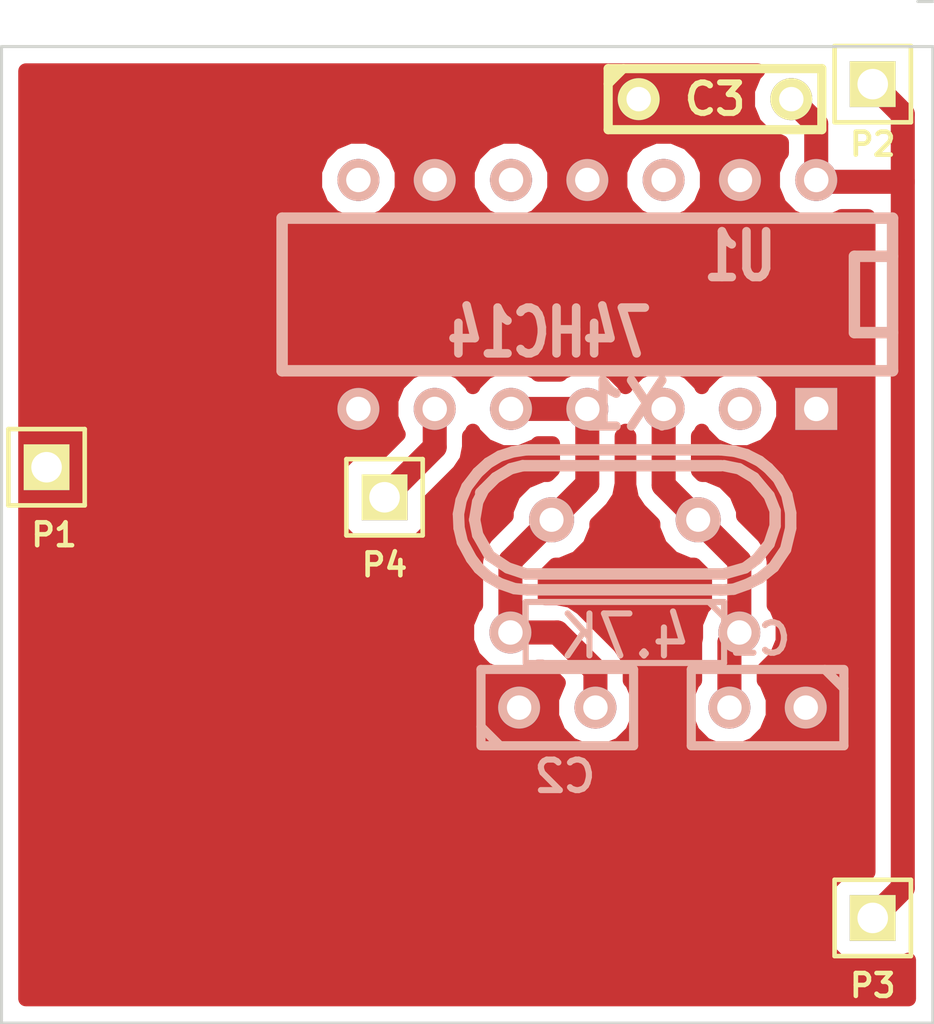
<source format=kicad_pcb>
(kicad_pcb (version 3) (host pcbnew "(2013-dec-23)-stable")

  (general
    (links 19)
    (no_connects 0)
    (area 116.6338 32.949999 149.8662 67.050001)
    (thickness 1.6)
    (drawings 5)
    (tracks 56)
    (zones 0)
    (modules 10)
    (nets 6)
  )

  (page User 210.007 148.488)
  (layers
    (15 F.Cu signal)
    (0 B.Cu signal)
    (16 B.Adhes user)
    (17 F.Adhes user)
    (18 B.Paste user)
    (19 F.Paste user)
    (20 B.SilkS user)
    (21 F.SilkS user)
    (22 B.Mask user)
    (23 F.Mask user)
    (24 Dwgs.User user)
    (25 Cmts.User user)
    (26 Eco1.User user)
    (27 Eco2.User user)
    (28 Edge.Cuts user)
  )

  (setup
    (last_trace_width 0.5)
    (user_trace_width 0.5)
    (user_trace_width 0.6)
    (user_trace_width 0.8)
    (user_trace_width 1)
    (user_trace_width 1.5)
    (user_trace_width 2)
    (trace_clearance 0.25)
    (zone_clearance 0.508)
    (zone_45_only no)
    (trace_min 0.254)
    (segment_width 0.2)
    (edge_width 0.1)
    (via_size 1)
    (via_drill 0.635)
    (via_min_size 1)
    (via_min_drill 0.5)
    (user_via 1 0.5)
    (user_via 1 0.6)
    (user_via 1 0.8)
    (uvia_size 0.508)
    (uvia_drill 0.127)
    (uvias_allowed no)
    (uvia_min_size 0.508)
    (uvia_min_drill 0.127)
    (pcb_text_width 0.3)
    (pcb_text_size 1.5 1.5)
    (mod_edge_width 0.15)
    (mod_text_size 1 1)
    (mod_text_width 0.15)
    (pad_size 1.524 1.524)
    (pad_drill 1.016)
    (pad_to_mask_clearance 0)
    (aux_axis_origin 0 0)
    (visible_elements 7FFFFFFF)
    (pcbplotparams
      (layerselection 32768)
      (usegerberextensions false)
      (excludeedgelayer false)
      (linewidth 0.150000)
      (plotframeref false)
      (viasonmask false)
      (mode 1)
      (useauxorigin false)
      (hpglpennumber 1)
      (hpglpenspeed 20)
      (hpglpendiameter 15)
      (hpglpenoverlay 2)
      (psnegative false)
      (psa4output false)
      (plotreference true)
      (plotvalue true)
      (plotothertext true)
      (plotinvisibletext false)
      (padsonsilk false)
      (subtractmaskfromsilk false)
      (outputformat 2)
      (mirror false)
      (drillshape 1)
      (scaleselection 1)
      (outputdirectory /tmp/))
  )

  (net 0 "")
  (net 1 /CLK)
  (net 2 GND)
  (net 3 N-000001)
  (net 4 N-000008)
  (net 5 VCC)

  (net_class Default "This is the default net class."
    (clearance 0.25)
    (trace_width 0.5)
    (via_dia 1)
    (via_drill 0.635)
    (uvia_dia 0.508)
    (uvia_drill 0.127)
    (add_net "")
    (add_net /CLK)
    (add_net GND)
    (add_net N-000001)
    (add_net N-000008)
    (add_net VCC)
  )

  (module R3 (layer B.Cu) (tedit 53222306) (tstamp 53221E05)
    (at 138.75 54 180)
    (descr "Resitance 3 pas")
    (tags R)
    (path /532173C4)
    (autoplace_cost180 10)
    (fp_text reference R1 (at 0 -2 180) (layer B.SilkS) hide
      (effects (font (size 1.397 1.27) (thickness 0.2032)) (justify mirror))
    )
    (fp_text value 4.7K (at 0 -0.127 180) (layer B.SilkS)
      (effects (font (size 1.397 1.27) (thickness 0.2032)) (justify mirror))
    )
    (fp_line (start -3.81 0) (end -3.302 0) (layer B.SilkS) (width 0.2032))
    (fp_line (start 3.81 0) (end 3.302 0) (layer B.SilkS) (width 0.2032))
    (fp_line (start 3.302 0) (end 3.302 1.016) (layer B.SilkS) (width 0.2032))
    (fp_line (start 3.302 1.016) (end -3.302 1.016) (layer B.SilkS) (width 0.2032))
    (fp_line (start -3.302 1.016) (end -3.302 -1.016) (layer B.SilkS) (width 0.2032))
    (fp_line (start -3.302 -1.016) (end 3.302 -1.016) (layer B.SilkS) (width 0.2032))
    (fp_line (start 3.302 -1.016) (end 3.302 0) (layer B.SilkS) (width 0.2032))
    (fp_line (start -3.302 0.508) (end -2.794 1.016) (layer B.SilkS) (width 0.2032))
    (pad 1 thru_hole circle (at -3.81 0 180) (size 1.397 1.397) (drill 0.8128)
      (layers *.Cu *.Mask B.SilkS)
      (net 4 N-000008)
    )
    (pad 2 thru_hole circle (at 3.81 0 180) (size 1.397 1.397) (drill 0.8128)
      (layers *.Cu *.Mask B.SilkS)
      (net 3 N-000001)
    )
    (model discret/resistor.wrl
      (at (xyz 0 0 0))
      (scale (xyz 0.3 0.3 0.3))
      (rotate (xyz 0 0 0))
    )
  )

  (module PIN_ARRAY_1 (layer F.Cu) (tedit 53221F18) (tstamp 53221E0E)
    (at 119.5 48.5)
    (descr "1 pin")
    (tags "CONN DEV")
    (path /53217453)
    (fp_text reference P1 (at 0.25 2.25) (layer F.SilkS)
      (effects (font (size 0.762 0.762) (thickness 0.1524)))
    )
    (fp_text value CONN_1 (at 0 -1.905) (layer F.SilkS) hide
      (effects (font (size 0.762 0.762) (thickness 0.1524)))
    )
    (fp_line (start 1.27 1.27) (end -1.27 1.27) (layer F.SilkS) (width 0.1524))
    (fp_line (start -1.27 -1.27) (end 1.27 -1.27) (layer F.SilkS) (width 0.1524))
    (fp_line (start -1.27 1.27) (end -1.27 -1.27) (layer F.SilkS) (width 0.1524))
    (fp_line (start 1.27 -1.27) (end 1.27 1.27) (layer F.SilkS) (width 0.1524))
    (pad 1 thru_hole rect (at 0 0) (size 1.524 1.524) (drill 1.016)
      (layers *.Cu *.Mask F.SilkS)
      (net 2 GND)
    )
    (model pin_array\pin_1.wrl
      (at (xyz 0 0 0))
      (scale (xyz 1 1 1))
      (rotate (xyz 0 0 0))
    )
  )

  (module PIN_ARRAY_1 (layer F.Cu) (tedit 53221F1C) (tstamp 53221E17)
    (at 147 35.75)
    (descr "1 pin")
    (tags "CONN DEV")
    (path /53217460)
    (fp_text reference P2 (at 0 2) (layer F.SilkS)
      (effects (font (size 0.762 0.762) (thickness 0.1524)))
    )
    (fp_text value CONN_1 (at 0 -1.905) (layer F.SilkS) hide
      (effects (font (size 0.762 0.762) (thickness 0.1524)))
    )
    (fp_line (start 1.27 1.27) (end -1.27 1.27) (layer F.SilkS) (width 0.1524))
    (fp_line (start -1.27 -1.27) (end 1.27 -1.27) (layer F.SilkS) (width 0.1524))
    (fp_line (start -1.27 1.27) (end -1.27 -1.27) (layer F.SilkS) (width 0.1524))
    (fp_line (start 1.27 -1.27) (end 1.27 1.27) (layer F.SilkS) (width 0.1524))
    (pad 1 thru_hole rect (at 0 0) (size 1.524 1.524) (drill 1.016)
      (layers *.Cu *.Mask F.SilkS)
      (net 5 VCC)
    )
    (model pin_array\pin_1.wrl
      (at (xyz 0 0 0))
      (scale (xyz 1 1 1))
      (rotate (xyz 0 0 0))
    )
  )

  (module PIN_ARRAY_1 (layer F.Cu) (tedit 53221F61) (tstamp 53221E29)
    (at 147 63.5)
    (descr "1 pin")
    (tags "CONN DEV")
    (path /53221BE9)
    (fp_text reference P3 (at 0 2.25) (layer F.SilkS)
      (effects (font (size 0.762 0.762) (thickness 0.1524)))
    )
    (fp_text value CONN_1 (at 0 -1.905) (layer F.SilkS) hide
      (effects (font (size 0.762 0.762) (thickness 0.1524)))
    )
    (fp_line (start 1.27 1.27) (end -1.27 1.27) (layer F.SilkS) (width 0.1524))
    (fp_line (start -1.27 -1.27) (end 1.27 -1.27) (layer F.SilkS) (width 0.1524))
    (fp_line (start -1.27 1.27) (end -1.27 -1.27) (layer F.SilkS) (width 0.1524))
    (fp_line (start 1.27 -1.27) (end 1.27 1.27) (layer F.SilkS) (width 0.1524))
    (pad 1 thru_hole rect (at 0 0) (size 1.524 1.524) (drill 1.016)
      (layers *.Cu *.Mask F.SilkS)
      (net 5 VCC)
    )
    (model pin_array\pin_1.wrl
      (at (xyz 0 0 0))
      (scale (xyz 1 1 1))
      (rotate (xyz 0 0 0))
    )
  )

  (module PIN_ARRAY_1 (layer F.Cu) (tedit 53221F88) (tstamp 53221E32)
    (at 130.75 49.5)
    (descr "1 pin")
    (tags "CONN DEV")
    (path /53217466)
    (fp_text reference P4 (at 0 2.25) (layer F.SilkS)
      (effects (font (size 0.762 0.762) (thickness 0.1524)))
    )
    (fp_text value CONN_1 (at 0 -1.905) (layer F.SilkS) hide
      (effects (font (size 0.762 0.762) (thickness 0.1524)))
    )
    (fp_line (start 1.27 1.27) (end -1.27 1.27) (layer F.SilkS) (width 0.1524))
    (fp_line (start -1.27 -1.27) (end 1.27 -1.27) (layer F.SilkS) (width 0.1524))
    (fp_line (start -1.27 1.27) (end -1.27 -1.27) (layer F.SilkS) (width 0.1524))
    (fp_line (start 1.27 -1.27) (end 1.27 1.27) (layer F.SilkS) (width 0.1524))
    (pad 1 thru_hole rect (at 0 0) (size 1.524 1.524) (drill 1.016)
      (layers *.Cu *.Mask F.SilkS)
      (net 1 /CLK)
    )
    (model pin_array\pin_1.wrl
      (at (xyz 0 0 0))
      (scale (xyz 1 1 1))
      (rotate (xyz 0 0 0))
    )
  )

  (module C1 (layer B.Cu) (tedit 3F92C496) (tstamp 53221E98)
    (at 136.5 56.5)
    (descr "Condensateur e = 1 pas")
    (tags C)
    (path /532173E4)
    (fp_text reference C2 (at 0.254 2.286) (layer B.SilkS)
      (effects (font (size 1.016 1.016) (thickness 0.2032)) (justify mirror))
    )
    (fp_text value C (at 0 2.286) (layer B.SilkS) hide
      (effects (font (size 1.016 1.016) (thickness 0.2032)) (justify mirror))
    )
    (fp_line (start -2.4892 1.27) (end 2.54 1.27) (layer B.SilkS) (width 0.3048))
    (fp_line (start 2.54 1.27) (end 2.54 -1.27) (layer B.SilkS) (width 0.3048))
    (fp_line (start 2.54 -1.27) (end -2.54 -1.27) (layer B.SilkS) (width 0.3048))
    (fp_line (start -2.54 -1.27) (end -2.54 1.27) (layer B.SilkS) (width 0.3048))
    (fp_line (start -2.54 0.635) (end -1.905 1.27) (layer B.SilkS) (width 0.3048))
    (pad 1 thru_hole circle (at -1.27 0) (size 1.397 1.397) (drill 0.8128)
      (layers *.Cu *.Mask B.SilkS)
      (net 2 GND)
    )
    (pad 2 thru_hole circle (at 1.27 0) (size 1.397 1.397) (drill 0.8128)
      (layers *.Cu *.Mask B.SilkS)
      (net 3 N-000001)
    )
    (model discret/capa_1_pas.wrl
      (at (xyz 0 0 0))
      (scale (xyz 1 1 1))
      (rotate (xyz 0 0 0))
    )
  )

  (module C1 (layer B.Cu) (tedit 3F92C496) (tstamp 53221EA3)
    (at 143.5 56.5 180)
    (descr "Condensateur e = 1 pas")
    (tags C)
    (path /532173F1)
    (fp_text reference C1 (at 0.254 2.286 180) (layer B.SilkS)
      (effects (font (size 1.016 1.016) (thickness 0.2032)) (justify mirror))
    )
    (fp_text value C (at 0 2.286 180) (layer B.SilkS) hide
      (effects (font (size 1.016 1.016) (thickness 0.2032)) (justify mirror))
    )
    (fp_line (start -2.4892 1.27) (end 2.54 1.27) (layer B.SilkS) (width 0.3048))
    (fp_line (start 2.54 1.27) (end 2.54 -1.27) (layer B.SilkS) (width 0.3048))
    (fp_line (start 2.54 -1.27) (end -2.54 -1.27) (layer B.SilkS) (width 0.3048))
    (fp_line (start -2.54 -1.27) (end -2.54 1.27) (layer B.SilkS) (width 0.3048))
    (fp_line (start -2.54 0.635) (end -1.905 1.27) (layer B.SilkS) (width 0.3048))
    (pad 1 thru_hole circle (at -1.27 0 180) (size 1.397 1.397) (drill 0.8128)
      (layers *.Cu *.Mask B.SilkS)
      (net 2 GND)
    )
    (pad 2 thru_hole circle (at 1.27 0 180) (size 1.397 1.397) (drill 0.8128)
      (layers *.Cu *.Mask B.SilkS)
      (net 4 N-000008)
    )
    (model discret/capa_1_pas.wrl
      (at (xyz 0 0 0))
      (scale (xyz 1 1 1))
      (rotate (xyz 0 0 0))
    )
  )

  (module Crystal_HC49-U_Vertical_RevA_09Aug2010 (layer B.Cu) (tedit 4C6023AD) (tstamp 5322230D)
    (at 138.75 50.25 180)
    (descr "Crystal, Quarz, HC49/U, vertical, stehend,")
    (tags "Crystal, Quarz, HC49/U, vertical, stehend,")
    (path /532174B3)
    (fp_text reference X1 (at 0 3.81 180) (layer B.SilkS)
      (effects (font (size 1.524 1.524) (thickness 0.3048)) (justify mirror))
    )
    (fp_text value CRYSTAL (at 0 -3.81 180) (layer B.SilkS) hide
      (effects (font (size 1.524 1.524) (thickness 0.3048)) (justify mirror))
    )
    (fp_line (start 4.699 1.00076) (end 4.89966 0.59944) (layer B.SilkS) (width 0.381))
    (fp_line (start 4.89966 0.59944) (end 5.00126 0) (layer B.SilkS) (width 0.381))
    (fp_line (start 5.00126 0) (end 4.89966 -0.50038) (layer B.SilkS) (width 0.381))
    (fp_line (start 4.89966 -0.50038) (end 4.50088 -1.19888) (layer B.SilkS) (width 0.381))
    (fp_line (start 4.50088 -1.19888) (end 3.8989 -1.6002) (layer B.SilkS) (width 0.381))
    (fp_line (start 3.8989 -1.6002) (end 3.29946 -1.80086) (layer B.SilkS) (width 0.381))
    (fp_line (start 3.29946 -1.80086) (end -3.29946 -1.80086) (layer B.SilkS) (width 0.381))
    (fp_line (start -3.29946 -1.80086) (end -4.0005 -1.6002) (layer B.SilkS) (width 0.381))
    (fp_line (start -4.0005 -1.6002) (end -4.39928 -1.30048) (layer B.SilkS) (width 0.381))
    (fp_line (start -4.39928 -1.30048) (end -4.8006 -0.8001) (layer B.SilkS) (width 0.381))
    (fp_line (start -4.8006 -0.8001) (end -5.00126 -0.20066) (layer B.SilkS) (width 0.381))
    (fp_line (start -5.00126 -0.20066) (end -5.00126 0.29972) (layer B.SilkS) (width 0.381))
    (fp_line (start -5.00126 0.29972) (end -4.8006 0.8001) (layer B.SilkS) (width 0.381))
    (fp_line (start -4.8006 0.8001) (end -4.30022 1.39954) (layer B.SilkS) (width 0.381))
    (fp_line (start -4.30022 1.39954) (end -3.79984 1.69926) (layer B.SilkS) (width 0.381))
    (fp_line (start -3.79984 1.69926) (end -3.29946 1.80086) (layer B.SilkS) (width 0.381))
    (fp_line (start -3.2004 1.80086) (end 3.40106 1.80086) (layer B.SilkS) (width 0.381))
    (fp_line (start 3.40106 1.80086) (end 3.79984 1.69926) (layer B.SilkS) (width 0.381))
    (fp_line (start 3.79984 1.69926) (end 4.30022 1.39954) (layer B.SilkS) (width 0.381))
    (fp_line (start 4.30022 1.39954) (end 4.8006 0.89916) (layer B.SilkS) (width 0.381))
    (fp_line (start -3.19024 2.32918) (end -3.64998 2.28092) (layer B.SilkS) (width 0.381))
    (fp_line (start -3.64998 2.28092) (end -4.04876 2.16916) (layer B.SilkS) (width 0.381))
    (fp_line (start -4.04876 2.16916) (end -4.48056 1.95072) (layer B.SilkS) (width 0.381))
    (fp_line (start -4.48056 1.95072) (end -4.77012 1.71958) (layer B.SilkS) (width 0.381))
    (fp_line (start -4.77012 1.71958) (end -5.10032 1.36906) (layer B.SilkS) (width 0.381))
    (fp_line (start -5.10032 1.36906) (end -5.38988 0.83058) (layer B.SilkS) (width 0.381))
    (fp_line (start -5.38988 0.83058) (end -5.51942 0.23114) (layer B.SilkS) (width 0.381))
    (fp_line (start -5.51942 0.23114) (end -5.51942 -0.2794) (layer B.SilkS) (width 0.381))
    (fp_line (start -5.51942 -0.2794) (end -5.34924 -0.98044) (layer B.SilkS) (width 0.381))
    (fp_line (start -5.34924 -0.98044) (end -4.95046 -1.56972) (layer B.SilkS) (width 0.381))
    (fp_line (start -4.95046 -1.56972) (end -4.49072 -1.94056) (layer B.SilkS) (width 0.381))
    (fp_line (start -4.49072 -1.94056) (end -4.06908 -2.14884) (layer B.SilkS) (width 0.381))
    (fp_line (start -4.06908 -2.14884) (end -3.6195 -2.30886) (layer B.SilkS) (width 0.381))
    (fp_line (start -3.6195 -2.30886) (end -3.18008 -2.33934) (layer B.SilkS) (width 0.381))
    (fp_line (start 4.16052 -2.1209) (end 4.53898 -1.89992) (layer B.SilkS) (width 0.381))
    (fp_line (start 4.53898 -1.89992) (end 4.85902 -1.62052) (layer B.SilkS) (width 0.381))
    (fp_line (start 4.85902 -1.62052) (end 5.11048 -1.29032) (layer B.SilkS) (width 0.381))
    (fp_line (start 5.11048 -1.29032) (end 5.4102 -0.73914) (layer B.SilkS) (width 0.381))
    (fp_line (start 5.4102 -0.73914) (end 5.51942 -0.26924) (layer B.SilkS) (width 0.381))
    (fp_line (start 5.51942 -0.26924) (end 5.53974 0.1905) (layer B.SilkS) (width 0.381))
    (fp_line (start 5.53974 0.1905) (end 5.45084 0.65024) (layer B.SilkS) (width 0.381))
    (fp_line (start 5.45084 0.65024) (end 5.26034 1.09982) (layer B.SilkS) (width 0.381))
    (fp_line (start 5.26034 1.09982) (end 4.89966 1.56972) (layer B.SilkS) (width 0.381))
    (fp_line (start 4.89966 1.56972) (end 4.54914 1.88976) (layer B.SilkS) (width 0.381))
    (fp_line (start 4.54914 1.88976) (end 4.16052 2.1209) (layer B.SilkS) (width 0.381))
    (fp_line (start 4.16052 2.1209) (end 3.73126 2.2606) (layer B.SilkS) (width 0.381))
    (fp_line (start 3.73126 2.2606) (end 3.2893 2.32918) (layer B.SilkS) (width 0.381))
    (fp_line (start -3.2004 -2.32918) (end 3.2512 -2.32918) (layer B.SilkS) (width 0.381))
    (fp_line (start 3.2512 -2.32918) (end 3.6703 -2.29108) (layer B.SilkS) (width 0.381))
    (fp_line (start 3.6703 -2.29108) (end 4.16052 -2.1209) (layer B.SilkS) (width 0.381))
    (fp_line (start -3.2004 2.32918) (end 3.2512 2.32918) (layer B.SilkS) (width 0.381))
    (pad 1 thru_hole circle (at -2.44094 0 180) (size 1.50114 1.50114) (drill 0.8001)
      (layers *.Cu *.Mask B.SilkS)
      (net 4 N-000008)
    )
    (pad 2 thru_hole circle (at 2.44094 0 180) (size 1.50114 1.50114) (drill 0.8001)
      (layers *.Cu *.Mask B.SilkS)
      (net 3 N-000001)
    )
  )

  (module DIP-14__300 (layer B.Cu) (tedit 200000) (tstamp 53225F1C)
    (at 137.5 42.75 180)
    (descr "14 pins DIL package, round pads")
    (tags DIL)
    (path /532172E9)
    (fp_text reference U1 (at -5.08 1.27 180) (layer B.SilkS)
      (effects (font (size 1.524 1.143) (thickness 0.3048)) (justify mirror))
    )
    (fp_text value 74HC14 (at 1.27 -1.27 180) (layer B.SilkS)
      (effects (font (size 1.524 1.143) (thickness 0.3048)) (justify mirror))
    )
    (fp_line (start -10.16 2.54) (end 10.16 2.54) (layer B.SilkS) (width 0.381))
    (fp_line (start 10.16 -2.54) (end -10.16 -2.54) (layer B.SilkS) (width 0.381))
    (fp_line (start -10.16 -2.54) (end -10.16 2.54) (layer B.SilkS) (width 0.381))
    (fp_line (start -10.16 1.27) (end -8.89 1.27) (layer B.SilkS) (width 0.381))
    (fp_line (start -8.89 1.27) (end -8.89 -1.27) (layer B.SilkS) (width 0.381))
    (fp_line (start -8.89 -1.27) (end -10.16 -1.27) (layer B.SilkS) (width 0.381))
    (fp_line (start 10.16 2.54) (end 10.16 -2.54) (layer B.SilkS) (width 0.381))
    (pad 1 thru_hole rect (at -7.62 -3.81 180) (size 1.397 1.397) (drill 0.8128)
      (layers *.Cu *.Mask B.SilkS)
      (net 2 GND)
    )
    (pad 2 thru_hole circle (at -5.08 -3.81 180) (size 1.397 1.397) (drill 0.8128)
      (layers *.Cu *.Mask B.SilkS)
    )
    (pad 3 thru_hole circle (at -2.54 -3.81 180) (size 1.397 1.397) (drill 0.8128)
      (layers *.Cu *.Mask B.SilkS)
      (net 4 N-000008)
    )
    (pad 4 thru_hole circle (at 0 -3.81 180) (size 1.397 1.397) (drill 0.8128)
      (layers *.Cu *.Mask B.SilkS)
      (net 3 N-000001)
    )
    (pad 5 thru_hole circle (at 2.54 -3.81 180) (size 1.397 1.397) (drill 0.8128)
      (layers *.Cu *.Mask B.SilkS)
      (net 3 N-000001)
    )
    (pad 6 thru_hole circle (at 5.08 -3.81 180) (size 1.397 1.397) (drill 0.8128)
      (layers *.Cu *.Mask B.SilkS)
      (net 1 /CLK)
    )
    (pad 7 thru_hole circle (at 7.62 -3.81 180) (size 1.397 1.397) (drill 0.8128)
      (layers *.Cu *.Mask B.SilkS)
      (net 2 GND)
    )
    (pad 8 thru_hole circle (at 7.62 3.81 180) (size 1.397 1.397) (drill 0.8128)
      (layers *.Cu *.Mask B.SilkS)
    )
    (pad 9 thru_hole circle (at 5.08 3.81 180) (size 1.397 1.397) (drill 0.8128)
      (layers *.Cu *.Mask B.SilkS)
      (net 2 GND)
    )
    (pad 10 thru_hole circle (at 2.54 3.81 180) (size 1.397 1.397) (drill 0.8128)
      (layers *.Cu *.Mask B.SilkS)
    )
    (pad 11 thru_hole circle (at 0 3.81 180) (size 1.397 1.397) (drill 0.8128)
      (layers *.Cu *.Mask B.SilkS)
      (net 2 GND)
    )
    (pad 12 thru_hole circle (at -2.54 3.81 180) (size 1.397 1.397) (drill 0.8128)
      (layers *.Cu *.Mask B.SilkS)
    )
    (pad 13 thru_hole circle (at -5.08 3.81 180) (size 1.397 1.397) (drill 0.8128)
      (layers *.Cu *.Mask B.SilkS)
      (net 2 GND)
    )
    (pad 14 thru_hole circle (at -7.62 3.81 180) (size 1.397 1.397) (drill 0.8128)
      (layers *.Cu *.Mask B.SilkS)
      (net 5 VCC)
    )
    (model dil/dil_14.wrl
      (at (xyz 0 0 0))
      (scale (xyz 1 1 1))
      (rotate (xyz 0 0 0))
    )
  )

  (module C2 (layer F.Cu) (tedit 200000) (tstamp 53230A0D)
    (at 141.75 36.25)
    (descr "Condensateur = 2 pas")
    (tags C)
    (path /53230A66)
    (fp_text reference C3 (at 0 0) (layer F.SilkS)
      (effects (font (size 1.016 1.016) (thickness 0.2032)))
    )
    (fp_text value 100n (at 0 0) (layer F.SilkS) hide
      (effects (font (size 1.016 1.016) (thickness 0.2032)))
    )
    (fp_line (start -3.556 -1.016) (end 3.556 -1.016) (layer F.SilkS) (width 0.3048))
    (fp_line (start 3.556 -1.016) (end 3.556 1.016) (layer F.SilkS) (width 0.3048))
    (fp_line (start 3.556 1.016) (end -3.556 1.016) (layer F.SilkS) (width 0.3048))
    (fp_line (start -3.556 1.016) (end -3.556 -1.016) (layer F.SilkS) (width 0.3048))
    (fp_line (start -3.556 -0.508) (end -3.048 -1.016) (layer F.SilkS) (width 0.3048))
    (pad 1 thru_hole circle (at -2.54 0) (size 1.397 1.397) (drill 0.8128)
      (layers *.Cu *.Mask F.SilkS)
      (net 2 GND)
    )
    (pad 2 thru_hole circle (at 2.54 0) (size 1.397 1.397) (drill 0.8128)
      (layers *.Cu *.Mask F.SilkS)
      (net 5 VCC)
    )
    (model discret/capa_2pas_5x5mm.wrl
      (at (xyz 0 0 0))
      (scale (xyz 1 1 1))
      (rotate (xyz 0 0 0))
    )
  )

  (gr_line (start 149 33) (end 148.5 33) (angle 90) (layer Edge.Cuts) (width 0.1))
  (gr_line (start 149 67) (end 149 34.5) (angle 90) (layer Edge.Cuts) (width 0.1))
  (gr_line (start 118 67) (end 149 67) (angle 90) (layer Edge.Cuts) (width 0.1))
  (gr_line (start 118 34.5) (end 118 67) (angle 90) (layer Edge.Cuts) (width 0.1))
  (gr_line (start 149 34.5) (end 118 34.5) (angle 90) (layer Edge.Cuts) (width 0.1))

  (segment (start 132.42 46.56) (end 132.42 47.83) (width 0.8) (layer F.Cu) (net 1))
  (segment (start 132.42 47.83) (end 130.75 49.5) (width 0.8) (layer F.Cu) (net 1) (tstamp 53224906))
  (segment (start 139.21 36.25) (end 138.5 36.25) (width 0.8) (layer F.Cu) (net 2))
  (segment (start 137.5 37.25) (end 137.5 38.94) (width 0.8) (layer F.Cu) (net 2) (tstamp 53230A4B))
  (segment (start 138.5 36.25) (end 137.5 37.25) (width 0.8) (layer F.Cu) (net 2) (tstamp 53230A47))
  (segment (start 132.42 42) (end 132.42 42.08) (width 0.8) (layer F.Cu) (net 2))
  (segment (start 132.42 42.08) (end 129.88 44.62) (width 0.8) (layer F.Cu) (net 2) (tstamp 53224900))
  (segment (start 129.88 44.62) (end 129.88 46.56) (width 0.8) (layer F.Cu) (net 2) (tstamp 53224901))
  (segment (start 137.5 38.94) (end 137.5 41.75) (width 0.8) (layer F.Cu) (net 2))
  (segment (start 132.42 38.94) (end 132.42 42) (width 0.8) (layer F.Cu) (net 2))
  (segment (start 132.75 41.75) (end 137.5 41.75) (width 0.8) (layer F.Cu) (net 2) (tstamp 532248F3))
  (segment (start 137.5 41.75) (end 143.75 41.75) (width 0.8) (layer F.Cu) (net 2) (tstamp 532248FC))
  (segment (start 132.42 42.08) (end 132.75 41.75) (width 0.8) (layer F.Cu) (net 2) (tstamp 532248F0))
  (segment (start 129.88 46.56) (end 127.94 46.56) (width 0.8) (layer F.Cu) (net 2))
  (segment (start 127.94 46.56) (end 126 48.5) (width 0.8) (layer F.Cu) (net 2) (tstamp 532248E9))
  (segment (start 135.23 56.5) (end 134.25 56.5) (width 0.8) (layer F.Cu) (net 2))
  (segment (start 126.5 48.5) (end 126 48.5) (width 0.8) (layer F.Cu) (net 2) (tstamp 532248C6))
  (segment (start 126 48.5) (end 119.5 48.5) (width 0.8) (layer F.Cu) (net 2) (tstamp 532248ED))
  (segment (start 129.75 51.75) (end 126.5 48.5) (width 0.8) (layer F.Cu) (net 2) (tstamp 532248C5))
  (segment (start 131.75 51.75) (end 129.75 51.75) (width 0.8) (layer F.Cu) (net 2) (tstamp 532248C4))
  (segment (start 132.25 52.25) (end 131.75 51.75) (width 0.8) (layer F.Cu) (net 2) (tstamp 532248C3))
  (segment (start 132.25 54.5) (end 132.25 52.25) (width 0.8) (layer F.Cu) (net 2) (tstamp 532248C2))
  (segment (start 134.25 56.5) (end 132.25 54.5) (width 0.8) (layer F.Cu) (net 2) (tstamp 532248C1))
  (segment (start 144.77 56.5) (end 144.77 58.73) (width 0.8) (layer F.Cu) (net 2))
  (segment (start 135.23 58.23) (end 135.23 56.5) (width 0.8) (layer F.Cu) (net 2) (tstamp 532248BE))
  (segment (start 136 59) (end 135.23 58.23) (width 0.8) (layer F.Cu) (net 2) (tstamp 532248BD))
  (segment (start 144.5 59) (end 136 59) (width 0.8) (layer F.Cu) (net 2) (tstamp 532248BC))
  (segment (start 144.77 58.73) (end 144.5 59) (width 0.8) (layer F.Cu) (net 2) (tstamp 532248BB))
  (segment (start 145.12 56.15) (end 144.77 56.5) (width 0.8) (layer F.Cu) (net 2) (tstamp 53224832))
  (segment (start 145.12 46.56) (end 145.12 56.15) (width 0.8) (layer F.Cu) (net 2))
  (segment (start 142.58 38.94) (end 142.58 40.58) (width 0.8) (layer F.Cu) (net 2))
  (segment (start 145.12 43.12) (end 145.12 46.56) (width 0.8) (layer F.Cu) (net 2) (tstamp 5322482E))
  (segment (start 142.58 40.58) (end 143.75 41.75) (width 0.8) (layer F.Cu) (net 2) (tstamp 53224829))
  (segment (start 143.75 41.75) (end 145.12 43.12) (width 0.8) (layer F.Cu) (net 2) (tstamp 532248F8))
  (segment (start 137.5 46.56) (end 134.96 46.56) (width 0.8) (layer F.Cu) (net 3))
  (segment (start 134.94 54) (end 136.5 54) (width 0.8) (layer F.Cu) (net 3))
  (segment (start 137.77 55.27) (end 137.77 56.5) (width 0.8) (layer F.Cu) (net 3) (tstamp 532248B8))
  (segment (start 136.5 54) (end 137.77 55.27) (width 0.8) (layer F.Cu) (net 3) (tstamp 532248B7))
  (segment (start 136.30906 50.25) (end 134.94 51.61906) (width 0.8) (layer F.Cu) (net 3))
  (segment (start 134.94 51.61906) (end 134.94 54) (width 0.8) (layer F.Cu) (net 3) (tstamp 532248B4))
  (segment (start 137.5 46.56) (end 137.5 49.05906) (width 0.8) (layer F.Cu) (net 3))
  (segment (start 137.5 49.05906) (end 136.30906 50.25) (width 0.8) (layer F.Cu) (net 3) (tstamp 532248B1))
  (segment (start 142.56 54) (end 142.23 54.33) (width 0.8) (layer F.Cu) (net 4))
  (segment (start 142.23 54.33) (end 142.23 56.5) (width 0.8) (layer F.Cu) (net 4) (tstamp 532248AE))
  (segment (start 141.19094 50.25) (end 142.56 51.61906) (width 0.8) (layer F.Cu) (net 4))
  (segment (start 142.56 51.61906) (end 142.56 54) (width 0.8) (layer F.Cu) (net 4) (tstamp 532248AB))
  (segment (start 140.04 46.56) (end 140.04 49.09906) (width 0.8) (layer F.Cu) (net 4))
  (segment (start 140.04 49.09906) (end 141.19094 50.25) (width 0.8) (layer F.Cu) (net 4) (tstamp 532248A8))
  (segment (start 144.29 36.25) (end 145.12 37.08) (width 0.8) (layer F.Cu) (net 5))
  (segment (start 145.12 37.08) (end 145.12 38.94) (width 0.8) (layer F.Cu) (net 5) (tstamp 53230A3F))
  (segment (start 145.12 38.94) (end 145.18 39) (width 0.8) (layer F.Cu) (net 5))
  (segment (start 145.18 39) (end 148 39) (width 0.8) (layer F.Cu) (net 5) (tstamp 53224821))
  (segment (start 147 35.75) (end 148 36.75) (width 0.8) (layer F.Cu) (net 5))
  (segment (start 148 62.5) (end 147 63.5) (width 0.8) (layer F.Cu) (net 5) (tstamp 5322481C))
  (segment (start 148 36.75) (end 148 39) (width 0.8) (layer F.Cu) (net 5) (tstamp 53224819))
  (segment (start 148 39) (end 148 62.5) (width 0.8) (layer F.Cu) (net 5) (tstamp 53224826))

  (zone (net 2) (net_name GND) (layer F.Cu) (tstamp 53224569) (hatch edge 0.508)
    (connect_pads yes (clearance 0.508))
    (min_thickness 0.5)
    (fill (arc_segments 16) (thermal_gap 0.508) (thermal_bridge_width 0.508))
    (polygon
      (pts
        (xy 118 34.5) (xy 149 34.5) (xy 149 67) (xy 118 67)
      )
    )
    (filled_polygon
      (pts
        (xy 148.192 66.192) (xy 144.036752 66.192) (xy 144.036752 46.271555) (xy 143.81548 45.736037) (xy 143.406118 45.32596)
        (xy 142.870987 45.103754) (xy 142.291555 45.103248) (xy 141.756037 45.32452) (xy 141.496752 45.583352) (xy 141.496752 38.651555)
        (xy 141.27548 38.116037) (xy 140.866118 37.70596) (xy 140.330987 37.483754) (xy 139.751555 37.483248) (xy 139.216037 37.70452)
        (xy 138.80596 38.113882) (xy 138.583754 38.649013) (xy 138.583248 39.228445) (xy 138.80452 39.763963) (xy 139.213882 40.17404)
        (xy 139.749013 40.396246) (xy 140.328445 40.396752) (xy 140.863963 40.17548) (xy 141.27404 39.766118) (xy 141.496246 39.230987)
        (xy 141.496752 38.651555) (xy 141.496752 45.583352) (xy 141.34596 45.733882) (xy 141.310186 45.820033) (xy 141.27548 45.736037)
        (xy 140.866118 45.32596) (xy 140.330987 45.103754) (xy 139.751555 45.103248) (xy 139.216037 45.32452) (xy 138.80596 45.733882)
        (xy 138.770186 45.820033) (xy 138.73548 45.736037) (xy 138.326118 45.32596) (xy 137.790987 45.103754) (xy 137.211555 45.103248)
        (xy 136.676037 45.32452) (xy 136.598421 45.402) (xy 136.416752 45.402) (xy 136.416752 38.651555) (xy 136.19548 38.116037)
        (xy 135.786118 37.70596) (xy 135.250987 37.483754) (xy 134.671555 37.483248) (xy 134.136037 37.70452) (xy 133.72596 38.113882)
        (xy 133.503754 38.649013) (xy 133.503248 39.228445) (xy 133.72452 39.763963) (xy 134.133882 40.17404) (xy 134.669013 40.396246)
        (xy 135.248445 40.396752) (xy 135.783963 40.17548) (xy 136.19404 39.766118) (xy 136.416246 39.230987) (xy 136.416752 38.651555)
        (xy 136.416752 45.402) (xy 135.862025 45.402) (xy 135.786118 45.32596) (xy 135.250987 45.103754) (xy 134.671555 45.103248)
        (xy 134.136037 45.32452) (xy 133.72596 45.733882) (xy 133.690186 45.820033) (xy 133.65548 45.736037) (xy 133.246118 45.32596)
        (xy 132.710987 45.103754) (xy 132.131555 45.103248) (xy 131.596037 45.32452) (xy 131.336752 45.583352) (xy 131.336752 38.651555)
        (xy 131.11548 38.116037) (xy 130.706118 37.70596) (xy 130.170987 37.483754) (xy 129.591555 37.483248) (xy 129.056037 37.70452)
        (xy 128.64596 38.113882) (xy 128.423754 38.649013) (xy 128.423248 39.228445) (xy 128.64452 39.763963) (xy 129.053882 40.17404)
        (xy 129.589013 40.396246) (xy 130.168445 40.396752) (xy 130.703963 40.17548) (xy 131.11404 39.766118) (xy 131.336246 39.230987)
        (xy 131.336752 38.651555) (xy 131.336752 45.583352) (xy 131.18596 45.733882) (xy 130.963754 46.269013) (xy 130.963248 46.848445)
        (xy 131.18452 47.383963) (xy 131.206429 47.405911) (xy 130.632471 47.979869) (xy 129.837886 47.979869) (xy 129.559189 48.095024)
        (xy 129.345774 48.308067) (xy 129.230132 48.586563) (xy 129.229869 48.888114) (xy 129.229869 50.412114) (xy 129.345024 50.690811)
        (xy 129.558067 50.904226) (xy 129.836563 51.019868) (xy 130.138114 51.020131) (xy 131.662114 51.020131) (xy 131.940811 50.904976)
        (xy 132.154226 50.691933) (xy 132.269868 50.413437) (xy 132.270131 50.111886) (xy 132.270131 49.617528) (xy 133.238826 48.648832)
        (xy 133.238829 48.64883) (xy 133.23883 48.64883) (xy 133.489851 48.273148) (xy 133.489852 48.273147) (xy 133.578 47.83)
        (xy 133.578 47.462025) (xy 133.65404 47.386118) (xy 133.689813 47.299966) (xy 133.72452 47.383963) (xy 134.133882 47.79404)
        (xy 134.669013 48.016246) (xy 135.248445 48.016752) (xy 135.783963 47.79548) (xy 135.861578 47.718) (xy 136.342 47.718)
        (xy 136.342 48.5794) (xy 136.180083 48.741317) (xy 136.010303 48.741169) (xy 135.45564 48.970351) (xy 135.030903 49.394348)
        (xy 134.800753 49.948611) (xy 134.800602 50.120797) (xy 134.12117 50.80023) (xy 133.870148 51.175913) (xy 133.782 51.61906)
        (xy 133.782 53.097974) (xy 133.70596 53.173882) (xy 133.483754 53.709013) (xy 133.483248 54.288445) (xy 133.70452 54.823963)
        (xy 134.113882 55.23404) (xy 134.649013 55.456246) (xy 135.228445 55.456752) (xy 135.763963 55.23548) (xy 135.841578 55.158)
        (xy 136.02034 55.158) (xy 136.536091 55.67375) (xy 136.53596 55.673882) (xy 136.313754 56.209013) (xy 136.313248 56.788445)
        (xy 136.53452 57.323963) (xy 136.943882 57.73404) (xy 137.479013 57.956246) (xy 138.058445 57.956752) (xy 138.593963 57.73548)
        (xy 139.00404 57.326118) (xy 139.226246 56.790987) (xy 139.226752 56.211555) (xy 139.00548 55.676037) (xy 138.928 55.598421)
        (xy 138.928 55.27) (xy 138.839852 54.826853) (xy 138.839852 54.826852) (xy 138.739306 54.676375) (xy 138.58883 54.45117)
        (xy 138.588826 54.451167) (xy 137.31883 53.18117) (xy 136.943147 52.930148) (xy 136.5 52.842) (xy 136.098 52.842)
        (xy 136.098 52.098719) (xy 136.438036 51.758682) (xy 136.607817 51.758831) (xy 137.16248 51.529649) (xy 137.587217 51.105652)
        (xy 137.817367 50.551389) (xy 137.817517 50.379202) (xy 138.318826 49.877892) (xy 138.318829 49.87789) (xy 138.31883 49.87789)
        (xy 138.569851 49.502208) (xy 138.569852 49.502207) (xy 138.658 49.05906) (xy 138.658 47.462025) (xy 138.73404 47.386118)
        (xy 138.769813 47.299966) (xy 138.80452 47.383963) (xy 138.882 47.461578) (xy 138.882 49.09906) (xy 138.970148 49.542207)
        (xy 139.22117 49.91789) (xy 139.682257 50.378976) (xy 139.682109 50.548757) (xy 139.911291 51.10342) (xy 140.335288 51.528157)
        (xy 140.889551 51.758307) (xy 141.061737 51.758457) (xy 141.402 52.098719) (xy 141.402 53.097974) (xy 141.32596 53.173882)
        (xy 141.103754 53.709013) (xy 141.103349 54.172397) (xy 141.072 54.33) (xy 141.072 55.597974) (xy 140.99596 55.673882)
        (xy 140.773754 56.209013) (xy 140.773248 56.788445) (xy 140.99452 57.323963) (xy 141.403882 57.73404) (xy 141.939013 57.956246)
        (xy 142.518445 57.956752) (xy 143.053963 57.73548) (xy 143.46404 57.326118) (xy 143.686246 56.790987) (xy 143.686752 56.211555)
        (xy 143.46548 55.676037) (xy 143.388 55.598421) (xy 143.388 55.23145) (xy 143.79404 54.826118) (xy 144.016246 54.290987)
        (xy 144.016752 53.711555) (xy 143.79548 53.176037) (xy 143.718 53.098421) (xy 143.718 51.61906) (xy 143.629852 51.175913)
        (xy 143.629852 51.175912) (xy 143.529306 51.025435) (xy 143.37883 50.80023) (xy 143.378826 50.800227) (xy 142.699622 50.121023)
        (xy 142.699771 49.951243) (xy 142.470589 49.39658) (xy 142.046592 48.971843) (xy 141.492329 48.741693) (xy 141.320142 48.741542)
        (xy 141.198 48.6194) (xy 141.198 47.462025) (xy 141.27404 47.386118) (xy 141.309813 47.299966) (xy 141.34452 47.383963)
        (xy 141.753882 47.79404) (xy 142.289013 48.016246) (xy 142.868445 48.016752) (xy 143.403963 47.79548) (xy 143.81404 47.386118)
        (xy 144.036246 46.850987) (xy 144.036752 46.271555) (xy 144.036752 66.192) (xy 118.808 66.192) (xy 118.808 35.308)
        (xy 143.172044 35.308) (xy 143.05596 35.423882) (xy 142.833754 35.959013) (xy 142.833248 36.538445) (xy 143.05452 37.073963)
        (xy 143.463882 37.48404) (xy 143.962 37.690876) (xy 143.962 38.037974) (xy 143.88596 38.113882) (xy 143.663754 38.649013)
        (xy 143.663248 39.228445) (xy 143.88452 39.763963) (xy 144.293882 40.17404) (xy 144.829013 40.396246) (xy 145.408445 40.396752)
        (xy 145.943963 40.17548) (xy 145.961473 40.158) (xy 146.842 40.158) (xy 146.842 61.979869) (xy 146.087886 61.979869)
        (xy 145.809189 62.095024) (xy 145.595774 62.308067) (xy 145.480132 62.586563) (xy 145.479869 62.888114) (xy 145.479869 64.412114)
        (xy 145.595024 64.690811) (xy 145.808067 64.904226) (xy 146.086563 65.019868) (xy 146.388114 65.020131) (xy 147.912114 65.020131)
        (xy 148.190811 64.904976) (xy 148.192 64.903789) (xy 148.192 66.192)
      )
    )
  )
)

</source>
